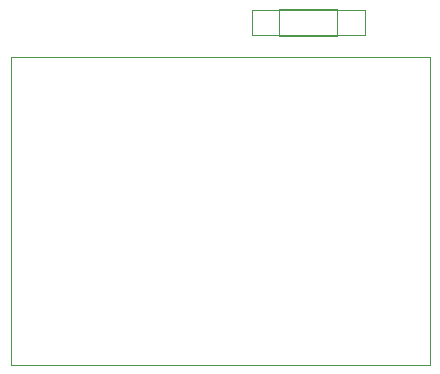
<source format=gbr>
G04 #@! TF.GenerationSoftware,KiCad,Pcbnew,9.0.6*
G04 #@! TF.CreationDate,2025-11-17T18:11:24+05:30*
G04 #@! TF.ProjectId,BloodHound_VENOM,426c6f6f-6448-46f7-956e-645f56454e4f,1*
G04 #@! TF.SameCoordinates,Original*
G04 #@! TF.FileFunction,Other,User*
%FSLAX46Y46*%
G04 Gerber Fmt 4.6, Leading zero omitted, Abs format (unit mm)*
G04 Created by KiCad (PCBNEW 9.0.6) date 2025-11-17 18:11:24*
%MOMM*%
%LPD*%
G01*
G04 APERTURE LIST*
%ADD10C,0.050000*%
G04 APERTURE END LIST*
D10*
X138780000Y-72080000D02*
X138780000Y-98180000D01*
X138830000Y-98180000D02*
X174240000Y-98180000D01*
X174240000Y-72080000D02*
X138780000Y-72080000D01*
X174240000Y-98180000D02*
X174240000Y-72080000D01*
X159240000Y-68150000D02*
X168760000Y-68150000D01*
X159240000Y-70250000D02*
X159240000Y-68150000D01*
X168760000Y-68150000D02*
X168760000Y-70250000D01*
X168760000Y-70250000D02*
X159240000Y-70250000D01*
X161500000Y-68080000D02*
X161500000Y-70320000D01*
X161500000Y-70320000D02*
X166400000Y-70320000D01*
X166400000Y-68080000D02*
X161500000Y-68080000D01*
X166400000Y-70320000D02*
X166400000Y-68080000D01*
M02*

</source>
